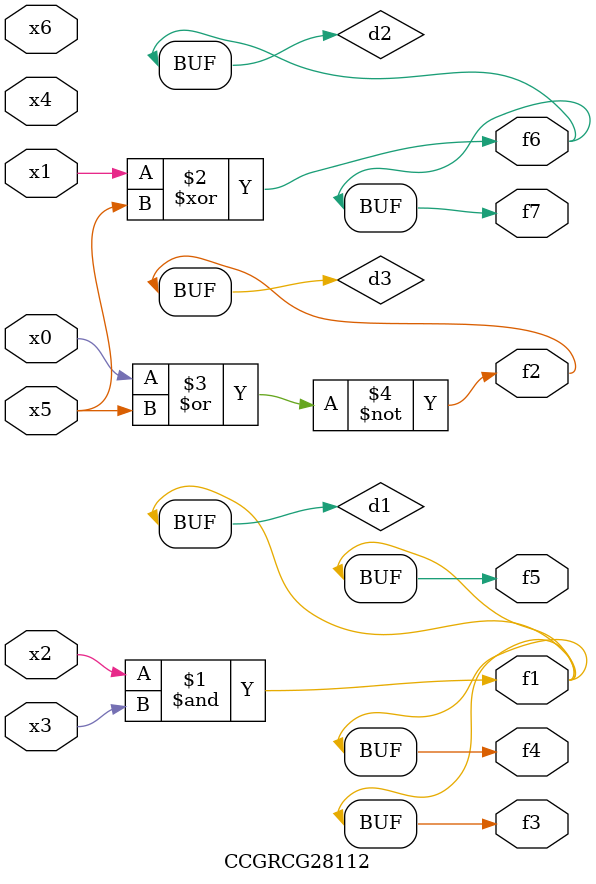
<source format=v>
module CCGRCG28112(
	input x0, x1, x2, x3, x4, x5, x6,
	output f1, f2, f3, f4, f5, f6, f7
);

	wire d1, d2, d3;

	and (d1, x2, x3);
	xor (d2, x1, x5);
	nor (d3, x0, x5);
	assign f1 = d1;
	assign f2 = d3;
	assign f3 = d1;
	assign f4 = d1;
	assign f5 = d1;
	assign f6 = d2;
	assign f7 = d2;
endmodule

</source>
